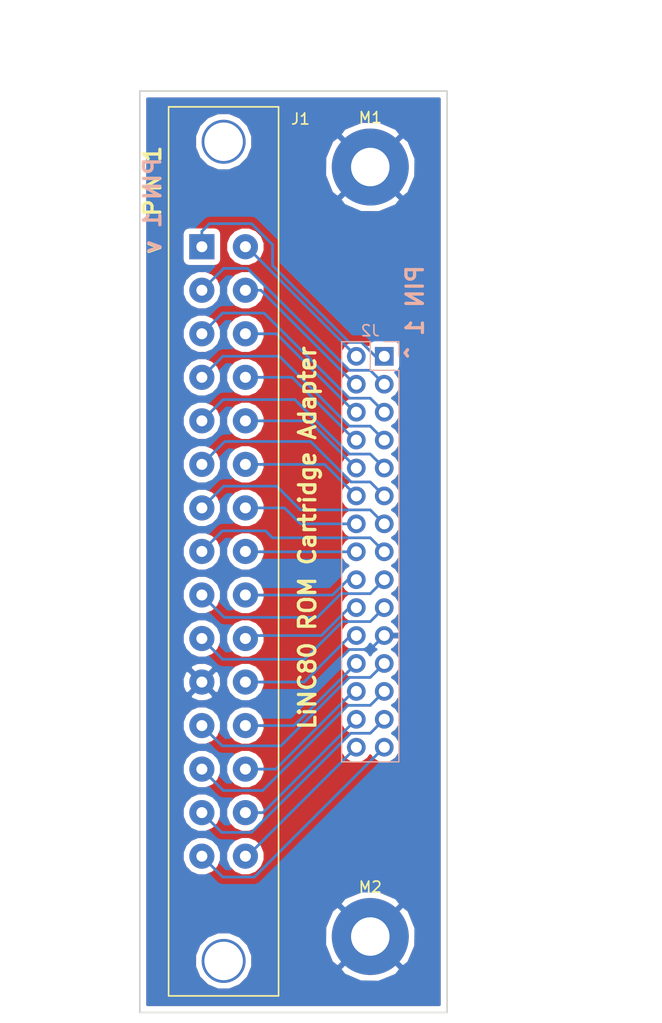
<source format=kicad_pcb>
(kicad_pcb (version 4) (host pcbnew 4.0.7)

  (general
    (links 32)
    (no_connects 0)
    (area 157.250001 45.56 221.485 138.35)
    (thickness 1.6)
    (drawings 11)
    (tracks 142)
    (zones 0)
    (modules 4)
    (nets 31)
  )

  (page A4)
  (title_block
    (title "LiNC80 ROM Cartridge adapter")
    (date 2018-08-18)
    (rev 2)
    (company LiNC)
  )

  (layers
    (0 F.Cu signal)
    (31 B.Cu signal)
    (32 B.Adhes user)
    (33 F.Adhes user)
    (34 B.Paste user)
    (35 F.Paste user)
    (36 B.SilkS user)
    (37 F.SilkS user)
    (38 B.Mask user)
    (39 F.Mask user)
    (40 Dwgs.User user)
    (41 Cmts.User user)
    (42 Eco1.User user)
    (43 Eco2.User user)
    (44 Edge.Cuts user)
    (45 Margin user)
    (46 B.CrtYd user)
    (47 F.CrtYd user)
    (48 B.Fab user)
    (49 F.Fab user)
  )

  (setup
    (last_trace_width 0.25)
    (trace_clearance 0.2)
    (zone_clearance 0.508)
    (zone_45_only no)
    (trace_min 0.2)
    (segment_width 0.2)
    (edge_width 0.15)
    (via_size 0.6)
    (via_drill 0.4)
    (via_min_size 0.4)
    (via_min_drill 0.3)
    (uvia_size 0.3)
    (uvia_drill 0.1)
    (uvias_allowed no)
    (uvia_min_size 0.2)
    (uvia_min_drill 0.1)
    (pcb_text_width 0.3)
    (pcb_text_size 1.5 1.5)
    (mod_edge_width 0.15)
    (mod_text_size 1 1)
    (mod_text_width 0.15)
    (pad_size 1.524 1.524)
    (pad_drill 0.762)
    (pad_to_mask_clearance 0.2)
    (aux_axis_origin 0 0)
    (grid_origin 191.135 95.25)
    (visible_elements 7FFFFFFF)
    (pcbplotparams
      (layerselection 0x010f0_80000001)
      (usegerberextensions false)
      (excludeedgelayer true)
      (linewidth 0.100000)
      (plotframeref false)
      (viasonmask false)
      (mode 1)
      (useauxorigin true)
      (hpglpennumber 1)
      (hpglpenspeed 20)
      (hpglpendiameter 15)
      (hpglpenoverlay 2)
      (psnegative false)
      (psa4output false)
      (plotreference true)
      (plotvalue true)
      (plotinvisibletext false)
      (padsonsilk false)
      (subtractmaskfromsilk false)
      (outputformat 1)
      (mirror false)
      (drillshape 0)
      (scaleselection 1)
      (outputdirectory Gerbers/))
  )

  (net 0 "")
  (net 1 A13)
  (net 2 A12)
  (net 3 A11)
  (net 4 A10)
  (net 5 A9)
  (net 6 A8)
  (net 7 A7)
  (net 8 A6)
  (net 9 A5)
  (net 10 A4)
  (net 11 A3)
  (net 12 A2)
  (net 13 A1)
  (net 14 A0)
  (net 15 VCC)
  (net 16 VDD)
  (net 17 ~EXTROM)
  (net 18 ~CS_ROM)
  (net 19 ROS1)
  (net 20 ROS0)
  (net 21 GND)
  (net 22 ~MEMRD)
  (net 23 D1)
  (net 24 D0)
  (net 25 D3)
  (net 26 D2)
  (net 27 D5)
  (net 28 D4)
  (net 29 D7)
  (net 30 D6)

  (net_class Default "This is the default net class."
    (clearance 0.2)
    (trace_width 0.25)
    (via_dia 0.6)
    (via_drill 0.4)
    (uvia_dia 0.3)
    (uvia_drill 0.1)
    (add_net A0)
    (add_net A1)
    (add_net A10)
    (add_net A11)
    (add_net A12)
    (add_net A13)
    (add_net A2)
    (add_net A3)
    (add_net A4)
    (add_net A5)
    (add_net A6)
    (add_net A7)
    (add_net A8)
    (add_net A9)
    (add_net D0)
    (add_net D1)
    (add_net D2)
    (add_net D3)
    (add_net D4)
    (add_net D5)
    (add_net D6)
    (add_net D7)
    (add_net GND)
    (add_net ROS0)
    (add_net ROS1)
    (add_net VCC)
    (add_net VDD)
    (add_net ~CS_ROM)
    (add_net ~EXTROM)
    (add_net ~MEMRD)
  )

  (module L_Edge_connectors:805-connector-30pin (layer F.Cu) (tedit 5A368FCE) (tstamp 5A36932C)
    (at 177.8 95.25)
    (path /5A3691C3)
    (fp_text reference J1 (at 6.985 -39.37) (layer F.SilkS)
      (effects (font (size 1 1) (thickness 0.15)))
    )
    (fp_text value 805_CARDCONN (at 0.145 42.025) (layer F.Fab)
      (effects (font (size 1 1) (thickness 0.15)))
    )
    (fp_line (start 0 0.25) (end 0 -0.2) (layer F.Fab) (width 0.15))
    (fp_line (start -0.25 0) (end 0.25 0) (layer F.Fab) (width 0.15))
    (fp_line (start -5.155 40.55) (end -5.155 -40.625) (layer F.CrtYd) (width 0.15))
    (fp_line (start 5.145 40.55) (end -5.155 40.55) (layer F.CrtYd) (width 0.15))
    (fp_line (start 5.145 -40.625) (end 5.145 40.55) (layer F.CrtYd) (width 0.15))
    (fp_line (start -5.155 -40.625) (end 5.145 -40.625) (layer F.CrtYd) (width 0.15))
    (fp_line (start -4.73 40.1) (end -4.73 -40.25) (layer F.Fab) (width 0.15))
    (fp_line (start 4.77 40.1) (end -4.73 40.1) (layer F.Fab) (width 0.15))
    (fp_line (start 4.77 -40.25) (end 4.77 40.1) (layer F.Fab) (width 0.15))
    (fp_line (start -4.73 -40.25) (end 4.77 -40.25) (layer F.Fab) (width 0.15))
    (fp_line (start 4.995 40.4) (end 4.995 -40.475) (layer F.SilkS) (width 0.15))
    (fp_line (start -5.005 40.4) (end 4.995 40.4) (layer F.SilkS) (width 0.15))
    (fp_line (start -5.005 -40.475) (end -5.005 40.4) (layer F.SilkS) (width 0.15))
    (fp_line (start -5.005 -40.475) (end 4.995 -40.475) (layer F.SilkS) (width 0.15))
    (pad 1 thru_hole rect (at -1.98 -27.75) (size 2.286 2.286) (drill 1) (layers *.Cu *.Mask)
      (net 1 A13))
    (pad 2 thru_hole circle (at 1.98 -27.75) (size 2.286 2.286) (drill 1) (layers *.Cu *.Mask)
      (net 2 A12))
    (pad 3 thru_hole circle (at -1.98 -23.79) (size 2.286 2.286) (drill 1) (layers *.Cu *.Mask)
      (net 3 A11))
    (pad 4 thru_hole circle (at 1.98 -23.79) (size 2.286 2.286) (drill 1) (layers *.Cu *.Mask)
      (net 4 A10))
    (pad 5 thru_hole circle (at -1.98 -19.83) (size 2.286 2.286) (drill 1) (layers *.Cu *.Mask)
      (net 5 A9))
    (pad 6 thru_hole circle (at 1.98 -19.83) (size 2.286 2.286) (drill 1) (layers *.Cu *.Mask)
      (net 6 A8))
    (pad 7 thru_hole circle (at -1.98 -15.87) (size 2.286 2.286) (drill 1) (layers *.Cu *.Mask)
      (net 7 A7))
    (pad 8 thru_hole circle (at 1.98 -15.87) (size 2.286 2.286) (drill 1) (layers *.Cu *.Mask)
      (net 8 A6))
    (pad 9 thru_hole circle (at -1.98 -11.91) (size 2.286 2.286) (drill 1) (layers *.Cu *.Mask)
      (net 9 A5))
    (pad 10 thru_hole circle (at 1.98 -11.91) (size 2.286 2.286) (drill 1) (layers *.Cu *.Mask)
      (net 10 A4))
    (pad 11 thru_hole circle (at -1.98 -7.95) (size 2.286 2.286) (drill 1) (layers *.Cu *.Mask)
      (net 11 A3))
    (pad 12 thru_hole circle (at 1.98 -7.95) (size 2.286 2.286) (drill 1) (layers *.Cu *.Mask)
      (net 12 A2))
    (pad 13 thru_hole circle (at -1.98 -3.99) (size 2.286 2.286) (drill 1) (layers *.Cu *.Mask)
      (net 13 A1))
    (pad 14 thru_hole circle (at 1.98 -3.99) (size 2.286 2.286) (drill 1) (layers *.Cu *.Mask)
      (net 14 A0))
    (pad 15 thru_hole circle (at -1.98 -0.03) (size 2.286 2.286) (drill 1) (layers *.Cu *.Mask)
      (net 15 VCC))
    (pad 16 thru_hole circle (at 1.98 -0.03) (size 2.286 2.286) (drill 1) (layers *.Cu *.Mask)
      (net 16 VDD))
    (pad 17 thru_hole circle (at -1.98 3.93) (size 2.286 2.286) (drill 1) (layers *.Cu *.Mask)
      (net 17 ~EXTROM))
    (pad 18 thru_hole circle (at 1.98 3.93) (size 2.286 2.286) (drill 1) (layers *.Cu *.Mask)
      (net 18 ~CS_ROM))
    (pad 19 thru_hole circle (at -1.98 7.89) (size 2.286 2.286) (drill 1) (layers *.Cu *.Mask)
      (net 19 ROS1))
    (pad 20 thru_hole circle (at 1.98 7.89) (size 2.286 2.286) (drill 1) (layers *.Cu *.Mask)
      (net 20 ROS0))
    (pad 21 thru_hole circle (at -1.98 11.85) (size 2.286 2.286) (drill 1) (layers *.Cu *.Mask)
      (net 21 GND))
    (pad 22 thru_hole circle (at 1.98 11.85) (size 2.286 2.286) (drill 1) (layers *.Cu *.Mask)
      (net 22 ~MEMRD))
    (pad 23 thru_hole circle (at -1.98 15.81) (size 2.286 2.286) (drill 1) (layers *.Cu *.Mask)
      (net 23 D1))
    (pad 24 thru_hole circle (at 1.98 15.81) (size 2.286 2.286) (drill 1) (layers *.Cu *.Mask)
      (net 24 D0))
    (pad 25 thru_hole circle (at -1.98 19.77) (size 2.286 2.286) (drill 1) (layers *.Cu *.Mask)
      (net 25 D3))
    (pad 26 thru_hole circle (at 1.98 19.77) (size 2.286 2.286) (drill 1) (layers *.Cu *.Mask)
      (net 26 D2))
    (pad 27 thru_hole circle (at -1.98 23.73) (size 2.286 2.286) (drill 1) (layers *.Cu *.Mask)
      (net 27 D5))
    (pad 28 thru_hole circle (at 1.98 23.73) (size 2.286 2.286) (drill 1) (layers *.Cu *.Mask)
      (net 28 D4))
    (pad 29 thru_hole circle (at -1.98 27.69) (size 2.286 2.286) (drill 1) (layers *.Cu *.Mask)
      (net 29 D7))
    (pad 30 thru_hole circle (at 1.98 27.69) (size 2.286 2.286) (drill 1) (layers *.Cu *.Mask)
      (net 30 D6))
    (pad "" np_thru_hole circle (at 0 -37.3) (size 4 4) (drill 3.5) (layers *.Cu *.Mask))
    (pad "" np_thru_hole circle (at 0 37.22) (size 4 4) (drill 3.5) (layers *.Cu *.Mask))
  )

  (module Pin_Headers:Pin_Header_Straight_2x15_Pitch2.54mm (layer B.Cu) (tedit 59650533) (tstamp 5A36934E)
    (at 192.405 77.47 180)
    (descr "Through hole straight pin header, 2x15, 2.54mm pitch, double rows")
    (tags "Through hole pin header THT 2x15 2.54mm double row")
    (path /5A3690AD)
    (fp_text reference J2 (at 1.27 2.33 180) (layer B.SilkS)
      (effects (font (size 1 1) (thickness 0.15)) (justify mirror))
    )
    (fp_text value PINHD_IDC (at 1.27 -37.89 180) (layer B.Fab)
      (effects (font (size 1 1) (thickness 0.15)) (justify mirror))
    )
    (fp_line (start 0 1.27) (end 3.81 1.27) (layer B.Fab) (width 0.1))
    (fp_line (start 3.81 1.27) (end 3.81 -36.83) (layer B.Fab) (width 0.1))
    (fp_line (start 3.81 -36.83) (end -1.27 -36.83) (layer B.Fab) (width 0.1))
    (fp_line (start -1.27 -36.83) (end -1.27 0) (layer B.Fab) (width 0.1))
    (fp_line (start -1.27 0) (end 0 1.27) (layer B.Fab) (width 0.1))
    (fp_line (start -1.33 -36.89) (end 3.87 -36.89) (layer B.SilkS) (width 0.12))
    (fp_line (start -1.33 -1.27) (end -1.33 -36.89) (layer B.SilkS) (width 0.12))
    (fp_line (start 3.87 1.33) (end 3.87 -36.89) (layer B.SilkS) (width 0.12))
    (fp_line (start -1.33 -1.27) (end 1.27 -1.27) (layer B.SilkS) (width 0.12))
    (fp_line (start 1.27 -1.27) (end 1.27 1.33) (layer B.SilkS) (width 0.12))
    (fp_line (start 1.27 1.33) (end 3.87 1.33) (layer B.SilkS) (width 0.12))
    (fp_line (start -1.33 0) (end -1.33 1.33) (layer B.SilkS) (width 0.12))
    (fp_line (start -1.33 1.33) (end 0 1.33) (layer B.SilkS) (width 0.12))
    (fp_line (start -1.8 1.8) (end -1.8 -37.35) (layer B.CrtYd) (width 0.05))
    (fp_line (start -1.8 -37.35) (end 4.35 -37.35) (layer B.CrtYd) (width 0.05))
    (fp_line (start 4.35 -37.35) (end 4.35 1.8) (layer B.CrtYd) (width 0.05))
    (fp_line (start 4.35 1.8) (end -1.8 1.8) (layer B.CrtYd) (width 0.05))
    (fp_text user %R (at 1.27 -17.78 450) (layer B.Fab)
      (effects (font (size 1 1) (thickness 0.15)) (justify mirror))
    )
    (pad 1 thru_hole rect (at 0 0 180) (size 1.7 1.7) (drill 1) (layers *.Cu *.Mask)
      (net 1 A13))
    (pad 2 thru_hole oval (at 2.54 0 180) (size 1.7 1.7) (drill 1) (layers *.Cu *.Mask)
      (net 2 A12))
    (pad 3 thru_hole oval (at 0 -2.54 180) (size 1.7 1.7) (drill 1) (layers *.Cu *.Mask)
      (net 3 A11))
    (pad 4 thru_hole oval (at 2.54 -2.54 180) (size 1.7 1.7) (drill 1) (layers *.Cu *.Mask)
      (net 4 A10))
    (pad 5 thru_hole oval (at 0 -5.08 180) (size 1.7 1.7) (drill 1) (layers *.Cu *.Mask)
      (net 5 A9))
    (pad 6 thru_hole oval (at 2.54 -5.08 180) (size 1.7 1.7) (drill 1) (layers *.Cu *.Mask)
      (net 6 A8))
    (pad 7 thru_hole oval (at 0 -7.62 180) (size 1.7 1.7) (drill 1) (layers *.Cu *.Mask)
      (net 7 A7))
    (pad 8 thru_hole oval (at 2.54 -7.62 180) (size 1.7 1.7) (drill 1) (layers *.Cu *.Mask)
      (net 8 A6))
    (pad 9 thru_hole oval (at 0 -10.16 180) (size 1.7 1.7) (drill 1) (layers *.Cu *.Mask)
      (net 9 A5))
    (pad 10 thru_hole oval (at 2.54 -10.16 180) (size 1.7 1.7) (drill 1) (layers *.Cu *.Mask)
      (net 10 A4))
    (pad 11 thru_hole oval (at 0 -12.7 180) (size 1.7 1.7) (drill 1) (layers *.Cu *.Mask)
      (net 11 A3))
    (pad 12 thru_hole oval (at 2.54 -12.7 180) (size 1.7 1.7) (drill 1) (layers *.Cu *.Mask)
      (net 12 A2))
    (pad 13 thru_hole oval (at 0 -15.24 180) (size 1.7 1.7) (drill 1) (layers *.Cu *.Mask)
      (net 13 A1))
    (pad 14 thru_hole oval (at 2.54 -15.24 180) (size 1.7 1.7) (drill 1) (layers *.Cu *.Mask)
      (net 14 A0))
    (pad 15 thru_hole oval (at 0 -17.78 180) (size 1.7 1.7) (drill 1) (layers *.Cu *.Mask)
      (net 15 VCC))
    (pad 16 thru_hole oval (at 2.54 -17.78 180) (size 1.7 1.7) (drill 1) (layers *.Cu *.Mask)
      (net 16 VDD))
    (pad 17 thru_hole oval (at 0 -20.32 180) (size 1.7 1.7) (drill 1) (layers *.Cu *.Mask)
      (net 17 ~EXTROM))
    (pad 18 thru_hole oval (at 2.54 -20.32 180) (size 1.7 1.7) (drill 1) (layers *.Cu *.Mask)
      (net 18 ~CS_ROM))
    (pad 19 thru_hole oval (at 0 -22.86 180) (size 1.7 1.7) (drill 1) (layers *.Cu *.Mask)
      (net 19 ROS1))
    (pad 20 thru_hole oval (at 2.54 -22.86 180) (size 1.7 1.7) (drill 1) (layers *.Cu *.Mask)
      (net 20 ROS0))
    (pad 21 thru_hole oval (at 0 -25.4 180) (size 1.7 1.7) (drill 1) (layers *.Cu *.Mask)
      (net 21 GND))
    (pad 22 thru_hole oval (at 2.54 -25.4 180) (size 1.7 1.7) (drill 1) (layers *.Cu *.Mask)
      (net 22 ~MEMRD))
    (pad 23 thru_hole oval (at 0 -27.94 180) (size 1.7 1.7) (drill 1) (layers *.Cu *.Mask)
      (net 23 D1))
    (pad 24 thru_hole oval (at 2.54 -27.94 180) (size 1.7 1.7) (drill 1) (layers *.Cu *.Mask)
      (net 24 D0))
    (pad 25 thru_hole oval (at 0 -30.48 180) (size 1.7 1.7) (drill 1) (layers *.Cu *.Mask)
      (net 25 D3))
    (pad 26 thru_hole oval (at 2.54 -30.48 180) (size 1.7 1.7) (drill 1) (layers *.Cu *.Mask)
      (net 26 D2))
    (pad 27 thru_hole oval (at 0 -33.02 180) (size 1.7 1.7) (drill 1) (layers *.Cu *.Mask)
      (net 27 D5))
    (pad 28 thru_hole oval (at 2.54 -33.02 180) (size 1.7 1.7) (drill 1) (layers *.Cu *.Mask)
      (net 28 D4))
    (pad 29 thru_hole oval (at 0 -35.56 180) (size 1.7 1.7) (drill 1) (layers *.Cu *.Mask)
      (net 29 D7))
    (pad 30 thru_hole oval (at 2.54 -35.56 180) (size 1.7 1.7) (drill 1) (layers *.Cu *.Mask)
      (net 30 D6))
    (model ${KISYS3DMOD}/Pin_Headers.3dshapes/Pin_Header_Straight_2x15_Pitch2.54mm.wrl
      (at (xyz 0 0 0))
      (scale (xyz 1 1 1))
      (rotate (xyz 0 0 0))
    )
  )

  (module Mounting_Holes:MountingHole_3.5mm_Pad (layer F.Cu) (tedit 56D1B4CB) (tstamp 5A369739)
    (at 191.135 60.25)
    (descr "Mounting Hole 3.5mm")
    (tags "mounting hole 3.5mm")
    (path /5A36957D)
    (attr virtual)
    (fp_text reference M1 (at 0 -4.5) (layer F.SilkS)
      (effects (font (size 1 1) (thickness 0.15)))
    )
    (fp_text value MOUNT (at 0 4.5) (layer F.Fab)
      (effects (font (size 1 1) (thickness 0.15)))
    )
    (fp_text user %R (at 0.3 0) (layer F.Fab)
      (effects (font (size 1 1) (thickness 0.15)))
    )
    (fp_circle (center 0 0) (end 3.5 0) (layer Cmts.User) (width 0.15))
    (fp_circle (center 0 0) (end 3.75 0) (layer F.CrtYd) (width 0.05))
    (pad 1 thru_hole circle (at 0 0) (size 7 7) (drill 3.5) (layers *.Cu *.Mask)
      (net 21 GND))
  )

  (module Mounting_Holes:MountingHole_3.5mm_Pad (layer F.Cu) (tedit 56D1B4CB) (tstamp 5A36973E)
    (at 191.135 130.25)
    (descr "Mounting Hole 3.5mm")
    (tags "mounting hole 3.5mm")
    (path /5A369630)
    (attr virtual)
    (fp_text reference M2 (at 0 -4.5) (layer F.SilkS)
      (effects (font (size 1 1) (thickness 0.15)))
    )
    (fp_text value MOUNT (at 0 4.5) (layer F.Fab)
      (effects (font (size 1 1) (thickness 0.15)))
    )
    (fp_text user %R (at 0.3 0) (layer F.Fab)
      (effects (font (size 1 1) (thickness 0.15)))
    )
    (fp_circle (center 0 0) (end 3.5 0) (layer Cmts.User) (width 0.15))
    (fp_circle (center 0 0) (end 3.75 0) (layer F.CrtYd) (width 0.05))
    (pad 1 thru_hole circle (at 0 0) (size 7 7) (drill 3.5) (layers *.Cu *.Mask)
      (net 21 GND))
  )

  (gr_text "PIN 1 ^" (at 195.199 73.406 90) (layer B.SilkS) (tstamp 5B22CEA5)
    (effects (font (size 1.5 1.5) (thickness 0.3)) (justify mirror))
  )
  (gr_text "PIN 1 v" (at 171.323 63.754 90) (layer B.SilkS) (tstamp 5B22CE7B)
    (effects (font (size 1.5 1.5) (thickness 0.3)) (justify mirror))
  )
  (gr_text "v  PIN 1" (at 171.323 63.246 90) (layer F.SilkS)
    (effects (font (size 1.5 1.5) (thickness 0.3)))
  )
  (dimension 70 (width 0.3) (layer Eco2.User)
    (gr_text "70,000 mm" (at 214.985 95.25 90) (layer Eco2.User) (tstamp 5A3A7CC3)
      (effects (font (size 1.5 1.5) (thickness 0.3)))
    )
    (feature1 (pts (xy 191.135 60.25) (xy 216.335 60.25)))
    (feature2 (pts (xy 191.135 130.25) (xy 216.335 130.25)))
    (crossbar (pts (xy 213.635 130.25) (xy 213.635 60.25)))
    (arrow1a (pts (xy 213.635 60.25) (xy 214.221421 61.376504)))
    (arrow1b (pts (xy 213.635 60.25) (xy 213.048579 61.376504)))
    (arrow2a (pts (xy 213.635 130.25) (xy 214.221421 129.123496)))
    (arrow2b (pts (xy 213.635 130.25) (xy 213.048579 129.123496)))
  )
  (gr_text "LiNC80 ROM Cartridge Adapter" (at 185.42 93.98 90) (layer F.SilkS)
    (effects (font (size 1.5 1.5) (thickness 0.3)))
  )
  (dimension 27.94 (width 0.3) (layer Eco2.User)
    (gr_text "27,940 mm" (at 184.15 46.91) (layer Eco2.User) (tstamp 5A3A7CC1)
      (effects (font (size 1.5 1.5) (thickness 0.3)))
    )
    (feature1 (pts (xy 198.12 53.34) (xy 198.12 45.56)))
    (feature2 (pts (xy 170.18 53.34) (xy 170.18 45.56)))
    (crossbar (pts (xy 170.18 48.26) (xy 198.12 48.26)))
    (arrow1a (pts (xy 198.12 48.26) (xy 196.993496 48.846421)))
    (arrow1b (pts (xy 198.12 48.26) (xy 196.993496 47.673579)))
    (arrow2a (pts (xy 170.18 48.26) (xy 171.306504 48.846421)))
    (arrow2b (pts (xy 170.18 48.26) (xy 171.306504 47.673579)))
  )
  (dimension 83.82 (width 0.3) (layer Eco2.User)
    (gr_text "83,820 mm" (at 163.75 95.25 90) (layer Eco2.User) (tstamp 5A3A7CC5)
      (effects (font (size 1.5 1.5) (thickness 0.3)))
    )
    (feature1 (pts (xy 170.18 53.34) (xy 162.4 53.34)))
    (feature2 (pts (xy 170.18 137.16) (xy 162.4 137.16)))
    (crossbar (pts (xy 165.1 137.16) (xy 165.1 53.34)))
    (arrow1a (pts (xy 165.1 53.34) (xy 165.686421 54.466504)))
    (arrow1b (pts (xy 165.1 53.34) (xy 164.513579 54.466504)))
    (arrow2a (pts (xy 165.1 137.16) (xy 165.686421 136.033496)))
    (arrow2b (pts (xy 165.1 137.16) (xy 164.513579 136.033496)))
  )
  (gr_line (start 170.18 137.16) (end 170.18 53.34) (layer Edge.Cuts) (width 0.15))
  (gr_line (start 198.12 137.16) (end 170.18 137.16) (layer Edge.Cuts) (width 0.15))
  (gr_line (start 198.12 53.34) (end 198.12 137.16) (layer Edge.Cuts) (width 0.15))
  (gr_line (start 170.18 53.34) (end 198.12 53.34) (layer Edge.Cuts) (width 0.15))

  (segment (start 175.82 67.5) (end 175.82 66.107) (width 0.25) (layer B.Cu) (net 1))
  (segment (start 175.82 66.107) (end 176.522 65.405) (width 0.25) (layer B.Cu) (net 1))
  (segment (start 190.334002 76.2) (end 191.604002 77.47) (width 0.25) (layer B.Cu) (net 1))
  (segment (start 176.522 65.405) (end 180.34 65.405) (width 0.25) (layer B.Cu) (net 1))
  (segment (start 180.34 65.405) (end 182.245 67.31) (width 0.25) (layer B.Cu) (net 1))
  (segment (start 191.604002 77.47) (end 192.405 77.47) (width 0.25) (layer B.Cu) (net 1))
  (segment (start 182.245 67.31) (end 182.245 69.21359) (width 0.25) (layer B.Cu) (net 1))
  (segment (start 189.23141 76.2) (end 190.334002 76.2) (width 0.25) (layer B.Cu) (net 1))
  (segment (start 182.245 69.21359) (end 189.23141 76.2) (width 0.25) (layer B.Cu) (net 1))
  (segment (start 189.865 77.47) (end 179.78 67.385) (width 0.25) (layer B.Cu) (net 2))
  (segment (start 179.78 67.385) (end 179.78 67.5) (width 0.25) (layer B.Cu) (net 2))
  (segment (start 175.82 71.46) (end 177.811 69.469) (width 0.25) (layer B.Cu) (net 3))
  (segment (start 179.959 69.469) (end 189.23 78.74) (width 0.25) (layer B.Cu) (net 3))
  (segment (start 191.555001 79.160001) (end 192.405 80.01) (width 0.25) (layer B.Cu) (net 3))
  (segment (start 177.811 69.469) (end 179.959 69.469) (width 0.25) (layer B.Cu) (net 3))
  (segment (start 189.23 78.74) (end 191.135 78.74) (width 0.25) (layer B.Cu) (net 3))
  (segment (start 191.135 78.74) (end 191.555001 79.160001) (width 0.25) (layer B.Cu) (net 3))
  (segment (start 189.865 80.01) (end 189.738 80.01) (width 0.25) (layer B.Cu) (net 4))
  (segment (start 189.738 80.01) (end 181.188 71.46) (width 0.25) (layer B.Cu) (net 4))
  (segment (start 181.188 71.46) (end 179.78 71.46) (width 0.25) (layer B.Cu) (net 4))
  (segment (start 191.555001 81.700001) (end 192.405 82.55) (width 0.25) (layer B.Cu) (net 5))
  (segment (start 175.82 75.42) (end 177.707 73.533) (width 0.25) (layer B.Cu) (net 5))
  (segment (start 177.707 73.533) (end 181.483 73.533) (width 0.25) (layer B.Cu) (net 5))
  (segment (start 189.23 81.28) (end 191.135 81.28) (width 0.25) (layer B.Cu) (net 5))
  (segment (start 181.483 73.533) (end 189.23 81.28) (width 0.25) (layer B.Cu) (net 5))
  (segment (start 191.135 81.28) (end 191.555001 81.700001) (width 0.25) (layer B.Cu) (net 5))
  (segment (start 189.865 82.55) (end 189.738 82.55) (width 0.25) (layer B.Cu) (net 6))
  (segment (start 189.738 82.55) (end 182.608 75.42) (width 0.25) (layer B.Cu) (net 6))
  (segment (start 182.608 75.42) (end 181.396446 75.42) (width 0.25) (layer B.Cu) (net 6))
  (segment (start 181.396446 75.42) (end 179.78 75.42) (width 0.25) (layer B.Cu) (net 6))
  (segment (start 191.135 83.82) (end 191.555001 84.240001) (width 0.25) (layer B.Cu) (net 7))
  (segment (start 191.555001 84.240001) (end 192.405 85.09) (width 0.25) (layer B.Cu) (net 7))
  (segment (start 175.82 79.38) (end 177.738012 77.461988) (width 0.25) (layer B.Cu) (net 7))
  (segment (start 177.738012 77.461988) (end 182.871988 77.461988) (width 0.25) (layer B.Cu) (net 7))
  (segment (start 182.871988 77.461988) (end 189.23 83.82) (width 0.25) (layer B.Cu) (net 7))
  (segment (start 189.23 83.82) (end 191.135 83.82) (width 0.25) (layer B.Cu) (net 7))
  (segment (start 189.865 85.09) (end 189.738 85.09) (width 0.25) (layer B.Cu) (net 8))
  (segment (start 189.738 85.09) (end 184.028 79.38) (width 0.25) (layer B.Cu) (net 8))
  (segment (start 184.028 79.38) (end 181.396446 79.38) (width 0.25) (layer B.Cu) (net 8))
  (segment (start 181.396446 79.38) (end 179.78 79.38) (width 0.25) (layer B.Cu) (net 8))
  (segment (start 175.82 83.34) (end 177.753 81.407) (width 0.25) (layer B.Cu) (net 9))
  (segment (start 177.753 81.407) (end 184.277 81.407) (width 0.25) (layer B.Cu) (net 9))
  (segment (start 191.135 86.36) (end 191.555001 86.780001) (width 0.25) (layer B.Cu) (net 9))
  (segment (start 184.277 81.407) (end 189.23 86.36) (width 0.25) (layer B.Cu) (net 9))
  (segment (start 189.23 86.36) (end 191.135 86.36) (width 0.25) (layer B.Cu) (net 9))
  (segment (start 191.555001 86.780001) (end 192.405 87.63) (width 0.25) (layer B.Cu) (net 9))
  (segment (start 185.57359 83.34) (end 181.396446 83.34) (width 0.25) (layer B.Cu) (net 10))
  (segment (start 189.013591 86.780001) (end 185.57359 83.34) (width 0.25) (layer B.Cu) (net 10))
  (segment (start 189.865 87.63) (end 189.015001 86.780001) (width 0.25) (layer B.Cu) (net 10))
  (segment (start 189.015001 86.780001) (end 189.013591 86.780001) (width 0.25) (layer B.Cu) (net 10))
  (segment (start 181.396446 83.34) (end 179.78 83.34) (width 0.25) (layer B.Cu) (net 10))
  (segment (start 175.82 87.3) (end 177.903 85.217) (width 0.25) (layer B.Cu) (net 11))
  (segment (start 177.903 85.217) (end 185.712998 85.217) (width 0.25) (layer B.Cu) (net 11))
  (segment (start 191.555001 89.320001) (end 192.405 90.17) (width 0.25) (layer B.Cu) (net 11))
  (segment (start 185.712998 85.217) (end 189.395998 88.9) (width 0.25) (layer B.Cu) (net 11))
  (segment (start 189.395998 88.9) (end 191.135 88.9) (width 0.25) (layer B.Cu) (net 11))
  (segment (start 191.135 88.9) (end 191.555001 89.320001) (width 0.25) (layer B.Cu) (net 11))
  (segment (start 186.995 87.3) (end 181.396446 87.3) (width 0.25) (layer B.Cu) (net 12))
  (segment (start 189.865 90.17) (end 186.995 87.3) (width 0.25) (layer B.Cu) (net 12))
  (segment (start 181.396446 87.3) (end 179.78 87.3) (width 0.25) (layer B.Cu) (net 12))
  (segment (start 175.82 91.26) (end 177.799 89.281) (width 0.25) (layer B.Cu) (net 13))
  (segment (start 177.799 89.281) (end 182.626 89.281) (width 0.25) (layer B.Cu) (net 13))
  (segment (start 182.626 89.281) (end 184.785 91.44) (width 0.25) (layer B.Cu) (net 13))
  (segment (start 184.785 91.44) (end 191.135 91.44) (width 0.25) (layer B.Cu) (net 13))
  (segment (start 191.135 91.44) (end 191.555001 91.860001) (width 0.25) (layer B.Cu) (net 13))
  (segment (start 191.555001 91.860001) (end 192.405 92.71) (width 0.25) (layer B.Cu) (net 13))
  (segment (start 189.865 92.71) (end 184.785 92.71) (width 0.25) (layer B.Cu) (net 14))
  (segment (start 184.785 92.71) (end 183.335 91.26) (width 0.25) (layer B.Cu) (net 14))
  (segment (start 183.335 91.26) (end 179.78 91.26) (width 0.25) (layer B.Cu) (net 14))
  (segment (start 192.405 95.25) (end 191.135 93.98) (width 0.25) (layer B.Cu) (net 15))
  (segment (start 177.695 93.345) (end 176.962999 94.077001) (width 0.25) (layer B.Cu) (net 15))
  (segment (start 191.135 93.98) (end 182.245 93.98) (width 0.25) (layer B.Cu) (net 15))
  (segment (start 182.245 93.98) (end 181.61 93.345) (width 0.25) (layer B.Cu) (net 15))
  (segment (start 181.61 93.345) (end 177.695 93.345) (width 0.25) (layer B.Cu) (net 15))
  (segment (start 176.962999 94.077001) (end 175.82 95.22) (width 0.25) (layer B.Cu) (net 15))
  (segment (start 189.865 95.25) (end 179.81 95.25) (width 0.25) (layer B.Cu) (net 16))
  (segment (start 179.81 95.25) (end 179.78 95.22) (width 0.25) (layer B.Cu) (net 16))
  (segment (start 192.405 97.79) (end 191.135 99.06) (width 0.25) (layer B.Cu) (net 17))
  (segment (start 188.46941 99.06) (end 186.31041 101.219) (width 0.25) (layer B.Cu) (net 17))
  (segment (start 191.135 99.06) (end 188.46941 99.06) (width 0.25) (layer B.Cu) (net 17))
  (segment (start 186.31041 101.219) (end 177.859 101.219) (width 0.25) (layer B.Cu) (net 17))
  (segment (start 177.859 101.219) (end 176.962999 100.322999) (width 0.25) (layer B.Cu) (net 17))
  (segment (start 176.962999 100.322999) (end 175.82 99.18) (width 0.25) (layer B.Cu) (net 17))
  (segment (start 189.865 97.79) (end 189.103 97.79) (width 0.25) (layer B.Cu) (net 18))
  (segment (start 189.103 97.79) (end 187.706 99.187) (width 0.25) (layer B.Cu) (net 18))
  (segment (start 187.706 99.187) (end 179.787 99.187) (width 0.25) (layer B.Cu) (net 18))
  (segment (start 179.787 99.187) (end 179.78 99.18) (width 0.25) (layer B.Cu) (net 18))
  (segment (start 175.82 103.14) (end 177.709 105.029) (width 0.25) (layer B.Cu) (net 19))
  (segment (start 177.709 105.029) (end 185.16741 105.029) (width 0.25) (layer B.Cu) (net 19))
  (segment (start 185.16741 105.029) (end 188.59641 101.6) (width 0.25) (layer B.Cu) (net 19))
  (segment (start 188.59641 101.6) (end 191.135 101.6) (width 0.25) (layer B.Cu) (net 19))
  (segment (start 191.135 101.6) (end 191.555001 101.179999) (width 0.25) (layer B.Cu) (net 19))
  (segment (start 191.555001 101.179999) (end 192.405 100.33) (width 0.25) (layer B.Cu) (net 19))
  (segment (start 186.69 102.87) (end 180.05 102.87) (width 0.25) (layer B.Cu) (net 20))
  (segment (start 189.865 100.33) (end 189.23 100.33) (width 0.25) (layer B.Cu) (net 20))
  (segment (start 189.23 100.33) (end 186.69 102.87) (width 0.25) (layer B.Cu) (net 20))
  (segment (start 180.05 102.87) (end 179.78 103.14) (width 0.25) (layer B.Cu) (net 20))
  (segment (start 184.277 109.093) (end 189.23 104.14) (width 0.25) (layer B.Cu) (net 21))
  (segment (start 177.813 109.093) (end 184.277 109.093) (width 0.25) (layer B.Cu) (net 21))
  (segment (start 175.82 107.1) (end 177.813 109.093) (width 0.25) (layer B.Cu) (net 21))
  (segment (start 189.23 104.14) (end 191.135 104.14) (width 0.25) (layer B.Cu) (net 21))
  (segment (start 191.135 104.14) (end 191.555001 103.719999) (width 0.25) (layer B.Cu) (net 21))
  (segment (start 191.555001 103.719999) (end 192.405 102.87) (width 0.25) (layer B.Cu) (net 21))
  (segment (start 189.865 102.87) (end 189.357 102.87) (width 0.25) (layer B.Cu) (net 22))
  (segment (start 189.357 102.87) (end 185.127 107.1) (width 0.25) (layer B.Cu) (net 22))
  (segment (start 185.127 107.1) (end 181.396446 107.1) (width 0.25) (layer B.Cu) (net 22))
  (segment (start 181.396446 107.1) (end 179.78 107.1) (width 0.25) (layer B.Cu) (net 22))
  (segment (start 175.82 111.06) (end 177.663 112.903) (width 0.25) (layer B.Cu) (net 23))
  (segment (start 177.663 112.903) (end 183.007 112.903) (width 0.25) (layer B.Cu) (net 23))
  (segment (start 183.007 112.903) (end 189.23 106.68) (width 0.25) (layer B.Cu) (net 23))
  (segment (start 191.555001 106.259999) (end 192.405 105.41) (width 0.25) (layer B.Cu) (net 23))
  (segment (start 189.23 106.68) (end 191.135 106.68) (width 0.25) (layer B.Cu) (net 23))
  (segment (start 191.135 106.68) (end 191.555001 106.259999) (width 0.25) (layer B.Cu) (net 23))
  (segment (start 181.396446 111.06) (end 179.78 111.06) (width 0.25) (layer B.Cu) (net 24))
  (segment (start 184.21359 111.06) (end 181.396446 111.06) (width 0.25) (layer B.Cu) (net 24))
  (segment (start 189.013591 106.259999) (end 184.21359 111.06) (width 0.25) (layer B.Cu) (net 24))
  (segment (start 189.865 105.41) (end 189.015001 106.259999) (width 0.25) (layer B.Cu) (net 24))
  (segment (start 189.015001 106.259999) (end 189.013591 106.259999) (width 0.25) (layer B.Cu) (net 24))
  (segment (start 181.356 116.967) (end 189.103 109.22) (width 0.25) (layer B.Cu) (net 25))
  (segment (start 175.82 115.02) (end 177.767 116.967) (width 0.25) (layer B.Cu) (net 25))
  (segment (start 177.767 116.967) (end 181.356 116.967) (width 0.25) (layer B.Cu) (net 25))
  (segment (start 189.103 109.22) (end 191.135 109.22) (width 0.25) (layer B.Cu) (net 25))
  (segment (start 191.135 109.22) (end 191.555001 108.799999) (width 0.25) (layer B.Cu) (net 25))
  (segment (start 191.555001 108.799999) (end 192.405 107.95) (width 0.25) (layer B.Cu) (net 25))
  (segment (start 189.865 107.95) (end 189.611 107.95) (width 0.25) (layer B.Cu) (net 26))
  (segment (start 189.611 107.95) (end 182.541 115.02) (width 0.25) (layer B.Cu) (net 26))
  (segment (start 182.541 115.02) (end 181.396446 115.02) (width 0.25) (layer B.Cu) (net 26))
  (segment (start 181.396446 115.02) (end 179.78 115.02) (width 0.25) (layer B.Cu) (net 26))
  (segment (start 175.82 118.98) (end 177.617 120.777) (width 0.25) (layer B.Cu) (net 27))
  (segment (start 177.617 120.777) (end 180.34 120.777) (width 0.25) (layer B.Cu) (net 27))
  (segment (start 180.34 120.777) (end 189.357 111.76) (width 0.25) (layer B.Cu) (net 27))
  (segment (start 191.135 111.76) (end 191.555001 111.339999) (width 0.25) (layer B.Cu) (net 27))
  (segment (start 189.357 111.76) (end 191.135 111.76) (width 0.25) (layer B.Cu) (net 27))
  (segment (start 191.555001 111.339999) (end 192.405 110.49) (width 0.25) (layer B.Cu) (net 27))
  (segment (start 181.375 118.98) (end 179.78 118.98) (width 0.25) (layer B.Cu) (net 28))
  (segment (start 189.865 110.49) (end 181.375 118.98) (width 0.25) (layer B.Cu) (net 28))
  (segment (start 192.405 113.03) (end 180.594 124.841) (width 0.25) (layer B.Cu) (net 29))
  (segment (start 180.594 124.841) (end 177.721 124.841) (width 0.25) (layer B.Cu) (net 29))
  (segment (start 177.721 124.841) (end 176.962999 124.082999) (width 0.25) (layer B.Cu) (net 29))
  (segment (start 176.962999 124.082999) (end 175.82 122.94) (width 0.25) (layer B.Cu) (net 29))
  (segment (start 189.865 113.03) (end 179.955 122.94) (width 0.25) (layer B.Cu) (net 30))
  (segment (start 179.955 122.94) (end 179.78 122.94) (width 0.25) (layer B.Cu) (net 30))

  (zone (net 21) (net_name GND) (layer B.Cu) (tstamp 0) (hatch edge 0.508)
    (connect_pads (clearance 0.508))
    (min_thickness 0.254)
    (fill yes (arc_segments 16) (thermal_gap 0.508) (thermal_bridge_width 0.508))
    (polygon
      (pts
        (xy 170.18 53.34) (xy 198.12 53.34) (xy 198.12 137.16) (xy 170.18 137.16)
      )
    )
    (filled_polygon
      (pts
        (xy 197.41 136.45) (xy 170.89 136.45) (xy 170.89 132.991834) (xy 175.164543 132.991834) (xy 175.564853 133.960658)
        (xy 176.305443 134.702542) (xy 177.273567 135.104542) (xy 178.321834 135.105457) (xy 179.290658 134.705147) (xy 180.032542 133.964557)
        (xy 180.346977 133.207312) (xy 188.357293 133.207312) (xy 188.760762 133.733924) (xy 190.27473 134.377307) (xy 191.919666 134.392346)
        (xy 193.445145 133.77675) (xy 193.509238 133.733924) (xy 193.912707 133.207312) (xy 191.135 130.429605) (xy 188.357293 133.207312)
        (xy 180.346977 133.207312) (xy 180.434542 132.996433) (xy 180.435457 131.948166) (xy 180.058007 131.034666) (xy 186.992654 131.034666)
        (xy 187.60825 132.560145) (xy 187.651076 132.624238) (xy 188.177688 133.027707) (xy 190.955395 130.25) (xy 191.314605 130.25)
        (xy 194.092312 133.027707) (xy 194.618924 132.624238) (xy 195.262307 131.11027) (xy 195.277346 129.465334) (xy 194.66175 127.939855)
        (xy 194.618924 127.875762) (xy 194.092312 127.472293) (xy 191.314605 130.25) (xy 190.955395 130.25) (xy 188.177688 127.472293)
        (xy 187.651076 127.875762) (xy 187.007693 129.38973) (xy 186.992654 131.034666) (xy 180.058007 131.034666) (xy 180.035147 130.979342)
        (xy 179.294557 130.237458) (xy 178.326433 129.835458) (xy 177.278166 129.834543) (xy 176.309342 130.234853) (xy 175.567458 130.975443)
        (xy 175.165458 131.943567) (xy 175.164543 132.991834) (xy 170.89 132.991834) (xy 170.89 127.292688) (xy 188.357293 127.292688)
        (xy 191.135 130.070395) (xy 193.912707 127.292688) (xy 193.509238 126.766076) (xy 191.99527 126.122693) (xy 190.350334 126.107654)
        (xy 188.824855 126.72325) (xy 188.760762 126.766076) (xy 188.357293 127.292688) (xy 170.89 127.292688) (xy 170.89 108.355963)
        (xy 174.743642 108.355963) (xy 174.859806 108.637658) (xy 175.521333 108.888062) (xy 176.228329 108.866249) (xy 176.780194 108.637658)
        (xy 176.896358 108.355963) (xy 175.82 107.279605) (xy 174.743642 108.355963) (xy 170.89 108.355963) (xy 170.89 106.801333)
        (xy 174.031938 106.801333) (xy 174.053751 107.508329) (xy 174.282342 108.060194) (xy 174.564037 108.176358) (xy 175.640395 107.1)
        (xy 175.999605 107.1) (xy 177.075963 108.176358) (xy 177.357658 108.060194) (xy 177.608062 107.398667) (xy 177.586249 106.691671)
        (xy 177.357658 106.139806) (xy 177.075963 106.023642) (xy 175.999605 107.1) (xy 175.640395 107.1) (xy 174.564037 106.023642)
        (xy 174.282342 106.139806) (xy 174.031938 106.801333) (xy 170.89 106.801333) (xy 170.89 105.844037) (xy 174.743642 105.844037)
        (xy 175.82 106.920395) (xy 176.896358 105.844037) (xy 176.780194 105.562342) (xy 176.118667 105.311938) (xy 175.411671 105.333751)
        (xy 174.859806 105.562342) (xy 174.743642 105.844037) (xy 170.89 105.844037) (xy 170.89 66.357) (xy 174.02956 66.357)
        (xy 174.02956 68.643) (xy 174.073838 68.878317) (xy 174.21291 69.094441) (xy 174.42511 69.239431) (xy 174.677 69.29044)
        (xy 176.914758 69.29044) (xy 176.420881 69.784317) (xy 176.175218 69.682309) (xy 175.467886 69.681692) (xy 174.81416 69.951806)
        (xy 174.313564 70.451529) (xy 174.042309 71.104782) (xy 174.041692 71.812114) (xy 174.311806 72.46584) (xy 174.811529 72.966436)
        (xy 175.464782 73.237691) (xy 176.172114 73.238308) (xy 176.82584 72.968194) (xy 177.326436 72.468471) (xy 177.597691 71.815218)
        (xy 177.598308 71.107886) (xy 177.495567 70.859235) (xy 178.125802 70.229) (xy 178.496482 70.229) (xy 178.273564 70.451529)
        (xy 178.002309 71.104782) (xy 178.001692 71.812114) (xy 178.271806 72.46584) (xy 178.57843 72.773) (xy 177.707 72.773)
        (xy 177.416161 72.830852) (xy 177.169599 72.995599) (xy 176.420881 73.744317) (xy 176.175218 73.642309) (xy 175.467886 73.641692)
        (xy 174.81416 73.911806) (xy 174.313564 74.411529) (xy 174.042309 75.064782) (xy 174.041692 75.772114) (xy 174.311806 76.42584)
        (xy 174.811529 76.926436) (xy 175.464782 77.197691) (xy 176.172114 77.198308) (xy 176.82584 76.928194) (xy 177.326436 76.428471)
        (xy 177.597691 75.775218) (xy 177.598308 75.067886) (xy 177.495567 74.819235) (xy 178.021802 74.293) (xy 178.3923 74.293)
        (xy 178.273564 74.411529) (xy 178.002309 75.064782) (xy 178.001692 75.772114) (xy 178.271806 76.42584) (xy 178.547472 76.701988)
        (xy 177.738012 76.701988) (xy 177.447173 76.75984) (xy 177.200611 76.924587) (xy 176.420881 77.704317) (xy 176.175218 77.602309)
        (xy 175.467886 77.601692) (xy 174.81416 77.871806) (xy 174.313564 78.371529) (xy 174.042309 79.024782) (xy 174.041692 79.732114)
        (xy 174.311806 80.38584) (xy 174.811529 80.886436) (xy 175.464782 81.157691) (xy 176.172114 81.158308) (xy 176.82584 80.888194)
        (xy 177.326436 80.388471) (xy 177.597691 79.735218) (xy 177.598308 79.027886) (xy 177.495567 78.779235) (xy 178.052814 78.221988)
        (xy 178.423366 78.221988) (xy 178.273564 78.371529) (xy 178.002309 79.024782) (xy 178.001692 79.732114) (xy 178.271806 80.38584)
        (xy 178.532511 80.647) (xy 177.753 80.647) (xy 177.462161 80.704852) (xy 177.215599 80.869599) (xy 176.420881 81.664317)
        (xy 176.175218 81.562309) (xy 175.467886 81.561692) (xy 174.81416 81.831806) (xy 174.313564 82.331529) (xy 174.042309 82.984782)
        (xy 174.041692 83.692114) (xy 174.311806 84.34584) (xy 174.811529 84.846436) (xy 175.464782 85.117691) (xy 176.172114 85.118308)
        (xy 176.82584 84.848194) (xy 177.326436 84.348471) (xy 177.597691 83.695218) (xy 177.598308 82.987886) (xy 177.495567 82.739235)
        (xy 178.067802 82.167) (xy 178.43838 82.167) (xy 178.273564 82.331529) (xy 178.002309 82.984782) (xy 178.001692 83.692114)
        (xy 178.271806 84.34584) (xy 178.382772 84.457) (xy 177.903 84.457) (xy 177.612161 84.514852) (xy 177.365599 84.679599)
        (xy 176.420881 85.624317) (xy 176.175218 85.522309) (xy 175.467886 85.521692) (xy 174.81416 85.791806) (xy 174.313564 86.291529)
        (xy 174.042309 86.944782) (xy 174.041692 87.652114) (xy 174.311806 88.30584) (xy 174.811529 88.806436) (xy 175.464782 89.077691)
        (xy 176.172114 89.078308) (xy 176.82584 88.808194) (xy 177.326436 88.308471) (xy 177.597691 87.655218) (xy 177.598308 86.947886)
        (xy 177.495567 86.699235) (xy 178.217802 85.977) (xy 178.588642 85.977) (xy 178.273564 86.291529) (xy 178.002309 86.944782)
        (xy 178.001692 87.652114) (xy 178.271806 88.30584) (xy 178.486591 88.521) (xy 177.799 88.521) (xy 177.508161 88.578852)
        (xy 177.261599 88.743599) (xy 176.420881 89.584317) (xy 176.175218 89.482309) (xy 175.467886 89.481692) (xy 174.81416 89.751806)
        (xy 174.313564 90.251529) (xy 174.042309 90.904782) (xy 174.041692 91.612114) (xy 174.311806 92.26584) (xy 174.811529 92.766436)
        (xy 175.464782 93.037691) (xy 176.172114 93.038308) (xy 176.82584 92.768194) (xy 177.326436 92.268471) (xy 177.597691 91.615218)
        (xy 177.598308 90.907886) (xy 177.495567 90.659235) (xy 178.113802 90.041) (xy 178.484461 90.041) (xy 178.273564 90.251529)
        (xy 178.002309 90.904782) (xy 178.001692 91.612114) (xy 178.271806 92.26584) (xy 178.590409 92.585) (xy 177.695 92.585)
        (xy 177.404161 92.642852) (xy 177.157599 92.807599) (xy 176.420881 93.544317) (xy 176.175218 93.442309) (xy 175.467886 93.441692)
        (xy 174.81416 93.711806) (xy 174.313564 94.211529) (xy 174.042309 94.864782) (xy 174.041692 95.572114) (xy 174.311806 96.22584)
        (xy 174.811529 96.726436) (xy 175.464782 96.997691) (xy 176.172114 96.998308) (xy 176.82584 96.728194) (xy 177.326436 96.228471)
        (xy 177.597691 95.575218) (xy 177.598308 94.867886) (xy 177.495567 94.619235) (xy 178.009802 94.105) (xy 178.380279 94.105)
        (xy 178.273564 94.211529) (xy 178.002309 94.864782) (xy 178.001692 95.572114) (xy 178.271806 96.22584) (xy 178.771529 96.726436)
        (xy 179.424782 96.997691) (xy 180.132114 96.998308) (xy 180.78584 96.728194) (xy 181.286436 96.228471) (xy 181.377153 96.01)
        (xy 188.592046 96.01) (xy 188.785853 96.300054) (xy 189.115026 96.52) (xy 188.785853 96.739946) (xy 188.463946 97.221715)
        (xy 188.431037 97.387161) (xy 187.391198 98.427) (xy 181.392665 98.427) (xy 181.288194 98.17416) (xy 180.788471 97.673564)
        (xy 180.135218 97.402309) (xy 179.427886 97.401692) (xy 178.77416 97.671806) (xy 178.273564 98.171529) (xy 178.002309 98.824782)
        (xy 178.001692 99.532114) (xy 178.271806 100.18584) (xy 178.54449 100.459) (xy 178.173802 100.459) (xy 177.495683 99.780881)
        (xy 177.597691 99.535218) (xy 177.598308 98.827886) (xy 177.328194 98.17416) (xy 176.828471 97.673564) (xy 176.175218 97.402309)
        (xy 175.467886 97.401692) (xy 174.81416 97.671806) (xy 174.313564 98.171529) (xy 174.042309 98.824782) (xy 174.041692 99.532114)
        (xy 174.311806 100.18584) (xy 174.811529 100.686436) (xy 175.464782 100.957691) (xy 176.172114 100.958308) (xy 176.420765 100.855567)
        (xy 177.321599 101.756401) (xy 177.568161 101.921148) (xy 177.859 101.979) (xy 178.426359 101.979) (xy 178.273564 102.131529)
        (xy 178.002309 102.784782) (xy 178.001692 103.492114) (xy 178.271806 104.14584) (xy 178.394751 104.269) (xy 178.023802 104.269)
        (xy 177.495683 103.740881) (xy 177.597691 103.495218) (xy 177.598308 102.787886) (xy 177.328194 102.13416) (xy 176.828471 101.633564)
        (xy 176.175218 101.362309) (xy 175.467886 101.361692) (xy 174.81416 101.631806) (xy 174.313564 102.131529) (xy 174.042309 102.784782)
        (xy 174.041692 103.492114) (xy 174.311806 104.14584) (xy 174.811529 104.646436) (xy 175.464782 104.917691) (xy 176.172114 104.918308)
        (xy 176.420765 104.815567) (xy 177.171599 105.566401) (xy 177.41816 105.731148) (xy 177.466414 105.740746) (xy 177.709 105.789)
        (xy 178.576622 105.789) (xy 178.273564 106.091529) (xy 178.002309 106.744782) (xy 178.001692 107.452114) (xy 178.271806 108.10584)
        (xy 178.771529 108.606436) (xy 179.424782 108.877691) (xy 180.132114 108.878308) (xy 180.78584 108.608194) (xy 181.286436 108.108471)
        (xy 181.38961 107.86) (xy 185.127 107.86) (xy 185.417839 107.802148) (xy 185.664401 107.637401) (xy 188.471717 104.830085)
        (xy 188.463946 104.841715) (xy 188.350907 105.41) (xy 188.423556 105.775232) (xy 183.898788 110.3) (xy 181.389773 110.3)
        (xy 181.288194 110.05416) (xy 180.788471 109.553564) (xy 180.135218 109.282309) (xy 179.427886 109.281692) (xy 178.77416 109.551806)
        (xy 178.273564 110.051529) (xy 178.002309 110.704782) (xy 178.001692 111.412114) (xy 178.271806 112.06584) (xy 178.348831 112.143)
        (xy 177.977802 112.143) (xy 177.495683 111.660881) (xy 177.597691 111.415218) (xy 177.598308 110.707886) (xy 177.328194 110.05416)
        (xy 176.828471 109.553564) (xy 176.175218 109.282309) (xy 175.467886 109.281692) (xy 174.81416 109.551806) (xy 174.313564 110.051529)
        (xy 174.042309 110.704782) (xy 174.041692 111.412114) (xy 174.311806 112.06584) (xy 174.811529 112.566436) (xy 175.464782 112.837691)
        (xy 176.172114 112.838308) (xy 176.420765 112.735567) (xy 177.125599 113.440401) (xy 177.372161 113.605148) (xy 177.663 113.663)
        (xy 178.622702 113.663) (xy 178.273564 114.011529) (xy 178.002309 114.664782) (xy 178.001692 115.372114) (xy 178.271806 116.02584)
        (xy 178.45265 116.207) (xy 178.081802 116.207) (xy 177.495683 115.620881) (xy 177.597691 115.375218) (xy 177.598308 114.667886)
        (xy 177.328194 114.01416) (xy 176.828471 113.513564) (xy 176.175218 113.242309) (xy 175.467886 113.241692) (xy 174.81416 113.511806)
        (xy 174.313564 114.011529) (xy 174.042309 114.664782) (xy 174.041692 115.372114) (xy 174.311806 116.02584) (xy 174.811529 116.526436)
        (xy 175.464782 116.797691) (xy 176.172114 116.798308) (xy 176.420765 116.695567) (xy 177.229599 117.504401) (xy 177.476161 117.669148)
        (xy 177.767 117.727) (xy 178.51852 117.727) (xy 178.273564 117.971529) (xy 178.002309 118.624782) (xy 178.001692 119.332114)
        (xy 178.271806 119.98584) (xy 178.302912 120.017) (xy 177.931802 120.017) (xy 177.495683 119.580881) (xy 177.597691 119.335218)
        (xy 177.598308 118.627886) (xy 177.328194 117.97416) (xy 176.828471 117.473564) (xy 176.175218 117.202309) (xy 175.467886 117.201692)
        (xy 174.81416 117.471806) (xy 174.313564 117.971529) (xy 174.042309 118.624782) (xy 174.041692 119.332114) (xy 174.311806 119.98584)
        (xy 174.811529 120.486436) (xy 175.464782 120.757691) (xy 176.172114 120.758308) (xy 176.420765 120.655567) (xy 177.079599 121.314401)
        (xy 177.326161 121.479148) (xy 177.617 121.537) (xy 178.668782 121.537) (xy 178.273564 121.931529) (xy 178.002309 122.584782)
        (xy 178.001692 123.292114) (xy 178.271806 123.94584) (xy 178.40673 124.081) (xy 178.035802 124.081) (xy 177.495683 123.540881)
        (xy 177.597691 123.295218) (xy 177.598308 122.587886) (xy 177.328194 121.93416) (xy 176.828471 121.433564) (xy 176.175218 121.162309)
        (xy 175.467886 121.161692) (xy 174.81416 121.431806) (xy 174.313564 121.931529) (xy 174.042309 122.584782) (xy 174.041692 123.292114)
        (xy 174.311806 123.94584) (xy 174.811529 124.446436) (xy 175.464782 124.717691) (xy 176.172114 124.718308) (xy 176.420765 124.615567)
        (xy 177.183599 125.378401) (xy 177.43016 125.543148) (xy 177.721 125.601) (xy 180.594 125.601) (xy 180.884839 125.543148)
        (xy 181.131401 125.378401) (xy 192.058031 114.451771) (xy 192.375907 114.515) (xy 192.434093 114.515) (xy 193.002378 114.401961)
        (xy 193.484147 114.080054) (xy 193.806054 113.598285) (xy 193.919093 113.03) (xy 193.806054 112.461715) (xy 193.484147 111.979946)
        (xy 193.154974 111.76) (xy 193.484147 111.540054) (xy 193.806054 111.058285) (xy 193.919093 110.49) (xy 193.806054 109.921715)
        (xy 193.484147 109.439946) (xy 193.154974 109.22) (xy 193.484147 109.000054) (xy 193.806054 108.518285) (xy 193.919093 107.95)
        (xy 193.806054 107.381715) (xy 193.484147 106.899946) (xy 193.154974 106.68) (xy 193.484147 106.460054) (xy 193.806054 105.978285)
        (xy 193.919093 105.41) (xy 193.806054 104.841715) (xy 193.484147 104.359946) (xy 193.143447 104.132298) (xy 193.286358 104.065183)
        (xy 193.676645 103.636924) (xy 193.846476 103.22689) (xy 193.725155 102.997) (xy 192.532 102.997) (xy 192.532 103.017)
        (xy 192.278 103.017) (xy 192.278 102.997) (xy 192.258 102.997) (xy 192.258 102.743) (xy 192.278 102.743)
        (xy 192.278 102.723) (xy 192.532 102.723) (xy 192.532 102.743) (xy 193.725155 102.743) (xy 193.846476 102.51311)
        (xy 193.676645 102.103076) (xy 193.286358 101.674817) (xy 193.143447 101.607702) (xy 193.484147 101.380054) (xy 193.806054 100.898285)
        (xy 193.919093 100.33) (xy 193.806054 99.761715) (xy 193.484147 99.279946) (xy 193.154974 99.06) (xy 193.484147 98.840054)
        (xy 193.806054 98.358285) (xy 193.919093 97.79) (xy 193.806054 97.221715) (xy 193.484147 96.739946) (xy 193.154974 96.52)
        (xy 193.484147 96.300054) (xy 193.806054 95.818285) (xy 193.919093 95.25) (xy 193.806054 94.681715) (xy 193.484147 94.199946)
        (xy 193.154974 93.98) (xy 193.484147 93.760054) (xy 193.806054 93.278285) (xy 193.919093 92.71) (xy 193.806054 92.141715)
        (xy 193.484147 91.659946) (xy 193.154974 91.44) (xy 193.484147 91.220054) (xy 193.806054 90.738285) (xy 193.919093 90.17)
        (xy 193.806054 89.601715) (xy 193.484147 89.119946) (xy 193.154974 88.9) (xy 193.484147 88.680054) (xy 193.806054 88.198285)
        (xy 193.919093 87.63) (xy 193.806054 87.061715) (xy 193.484147 86.579946) (xy 193.154974 86.36) (xy 193.484147 86.140054)
        (xy 193.806054 85.658285) (xy 193.919093 85.09) (xy 193.806054 84.521715) (xy 193.484147 84.039946) (xy 193.154974 83.82)
        (xy 193.484147 83.600054) (xy 193.806054 83.118285) (xy 193.919093 82.55) (xy 193.806054 81.981715) (xy 193.484147 81.499946)
        (xy 193.154974 81.28) (xy 193.484147 81.060054) (xy 193.806054 80.578285) (xy 193.919093 80.01) (xy 193.806054 79.441715)
        (xy 193.484147 78.959946) (xy 193.442548 78.93215) (xy 193.490317 78.923162) (xy 193.706441 78.78409) (xy 193.851431 78.57189)
        (xy 193.90244 78.32) (xy 193.90244 76.62) (xy 193.858162 76.384683) (xy 193.71909 76.168559) (xy 193.50689 76.023569)
        (xy 193.255 75.97256) (xy 191.555 75.97256) (xy 191.319683 76.016838) (xy 191.262462 76.053658) (xy 190.871403 75.662599)
        (xy 190.624841 75.497852) (xy 190.334002 75.44) (xy 189.546212 75.44) (xy 183.005 68.898788) (xy 183.005 67.31)
        (xy 182.947148 67.019161) (xy 182.782401 66.772599) (xy 180.877401 64.867599) (xy 180.630839 64.702852) (xy 180.34 64.645)
        (xy 176.522 64.645) (xy 176.231161 64.702852) (xy 175.984599 64.867599) (xy 175.282599 65.569599) (xy 175.18908 65.70956)
        (xy 174.677 65.70956) (xy 174.441683 65.753838) (xy 174.225559 65.89291) (xy 174.080569 66.10511) (xy 174.02956 66.357)
        (xy 170.89 66.357) (xy 170.89 63.207312) (xy 188.357293 63.207312) (xy 188.760762 63.733924) (xy 190.27473 64.377307)
        (xy 191.919666 64.392346) (xy 193.445145 63.77675) (xy 193.509238 63.733924) (xy 193.912707 63.207312) (xy 191.135 60.429605)
        (xy 188.357293 63.207312) (xy 170.89 63.207312) (xy 170.89 61.034666) (xy 186.992654 61.034666) (xy 187.60825 62.560145)
        (xy 187.651076 62.624238) (xy 188.177688 63.027707) (xy 190.955395 60.25) (xy 191.314605 60.25) (xy 194.092312 63.027707)
        (xy 194.618924 62.624238) (xy 195.262307 61.11027) (xy 195.277346 59.465334) (xy 194.66175 57.939855) (xy 194.618924 57.875762)
        (xy 194.092312 57.472293) (xy 191.314605 60.25) (xy 190.955395 60.25) (xy 188.177688 57.472293) (xy 187.651076 57.875762)
        (xy 187.007693 59.38973) (xy 186.992654 61.034666) (xy 170.89 61.034666) (xy 170.89 58.471834) (xy 175.164543 58.471834)
        (xy 175.564853 59.440658) (xy 176.305443 60.182542) (xy 177.273567 60.584542) (xy 178.321834 60.585457) (xy 179.290658 60.185147)
        (xy 180.032542 59.444557) (xy 180.434542 58.476433) (xy 180.435457 57.428166) (xy 180.379479 57.292688) (xy 188.357293 57.292688)
        (xy 191.135 60.070395) (xy 193.912707 57.292688) (xy 193.509238 56.766076) (xy 191.99527 56.122693) (xy 190.350334 56.107654)
        (xy 188.824855 56.72325) (xy 188.760762 56.766076) (xy 188.357293 57.292688) (xy 180.379479 57.292688) (xy 180.035147 56.459342)
        (xy 179.294557 55.717458) (xy 178.326433 55.315458) (xy 177.278166 55.314543) (xy 176.309342 55.714853) (xy 175.567458 56.455443)
        (xy 175.165458 57.423567) (xy 175.164543 58.471834) (xy 170.89 58.471834) (xy 170.89 54.05) (xy 197.41 54.05)
      )
    )
    (filled_polygon
      (pts
        (xy 191.133355 103.636924) (xy 191.523642 104.065183) (xy 191.666553 104.132298) (xy 191.325853 104.359946) (xy 191.135 104.645578)
        (xy 190.944147 104.359946) (xy 190.614974 104.14) (xy 190.944147 103.920054) (xy 191.133345 103.636899)
      )
    )
  )
  (zone (net 21) (net_name GND) (layer F.Cu) (tstamp 0) (hatch edge 0.508)
    (connect_pads (clearance 0.508))
    (min_thickness 0.254)
    (fill yes (arc_segments 16) (thermal_gap 0.508) (thermal_bridge_width 0.508))
    (polygon
      (pts
        (xy 170.18 53.34) (xy 198.12 53.34) (xy 198.12 137.16) (xy 170.18 137.16)
      )
    )
    (filled_polygon
      (pts
        (xy 197.41 136.45) (xy 170.89 136.45) (xy 170.89 132.991834) (xy 175.164543 132.991834) (xy 175.564853 133.960658)
        (xy 176.305443 134.702542) (xy 177.273567 135.104542) (xy 178.321834 135.105457) (xy 179.290658 134.705147) (xy 180.032542 133.964557)
        (xy 180.346977 133.207312) (xy 188.357293 133.207312) (xy 188.760762 133.733924) (xy 190.27473 134.377307) (xy 191.919666 134.392346)
        (xy 193.445145 133.77675) (xy 193.509238 133.733924) (xy 193.912707 133.207312) (xy 191.135 130.429605) (xy 188.357293 133.207312)
        (xy 180.346977 133.207312) (xy 180.434542 132.996433) (xy 180.435457 131.948166) (xy 180.058007 131.034666) (xy 186.992654 131.034666)
        (xy 187.60825 132.560145) (xy 187.651076 132.624238) (xy 188.177688 133.027707) (xy 190.955395 130.25) (xy 191.314605 130.25)
        (xy 194.092312 133.027707) (xy 194.618924 132.624238) (xy 195.262307 131.11027) (xy 195.277346 129.465334) (xy 194.66175 127.939855)
        (xy 194.618924 127.875762) (xy 194.092312 127.472293) (xy 191.314605 130.25) (xy 190.955395 130.25) (xy 188.177688 127.472293)
        (xy 187.651076 127.875762) (xy 187.007693 129.38973) (xy 186.992654 131.034666) (xy 180.058007 131.034666) (xy 180.035147 130.979342)
        (xy 179.294557 130.237458) (xy 178.326433 129.835458) (xy 177.278166 129.834543) (xy 176.309342 130.234853) (xy 175.567458 130.975443)
        (xy 175.165458 131.943567) (xy 175.164543 132.991834) (xy 170.89 132.991834) (xy 170.89 127.292688) (xy 188.357293 127.292688)
        (xy 191.135 130.070395) (xy 193.912707 127.292688) (xy 193.509238 126.766076) (xy 191.99527 126.122693) (xy 190.350334 126.107654)
        (xy 188.824855 126.72325) (xy 188.760762 126.766076) (xy 188.357293 127.292688) (xy 170.89 127.292688) (xy 170.89 123.292114)
        (xy 174.041692 123.292114) (xy 174.311806 123.94584) (xy 174.811529 124.446436) (xy 175.464782 124.717691) (xy 176.172114 124.718308)
        (xy 176.82584 124.448194) (xy 177.326436 123.948471) (xy 177.597691 123.295218) (xy 177.597693 123.292114) (xy 178.001692 123.292114)
        (xy 178.271806 123.94584) (xy 178.771529 124.446436) (xy 179.424782 124.717691) (xy 180.132114 124.718308) (xy 180.78584 124.448194)
        (xy 181.286436 123.948471) (xy 181.557691 123.295218) (xy 181.558308 122.587886) (xy 181.288194 121.93416) (xy 180.788471 121.433564)
        (xy 180.135218 121.162309) (xy 179.427886 121.161692) (xy 178.77416 121.431806) (xy 178.273564 121.931529) (xy 178.002309 122.584782)
        (xy 178.001692 123.292114) (xy 177.597693 123.292114) (xy 177.598308 122.587886) (xy 177.328194 121.93416) (xy 176.828471 121.433564)
        (xy 176.175218 121.162309) (xy 175.467886 121.161692) (xy 174.81416 121.431806) (xy 174.313564 121.931529) (xy 174.042309 122.584782)
        (xy 174.041692 123.292114) (xy 170.89 123.292114) (xy 170.89 119.332114) (xy 174.041692 119.332114) (xy 174.311806 119.98584)
        (xy 174.811529 120.486436) (xy 175.464782 120.757691) (xy 176.172114 120.758308) (xy 176.82584 120.488194) (xy 177.326436 119.988471)
        (xy 177.597691 119.335218) (xy 177.597693 119.332114) (xy 178.001692 119.332114) (xy 178.271806 119.98584) (xy 178.771529 120.486436)
        (xy 179.424782 120.757691) (xy 180.132114 120.758308) (xy 180.78584 120.488194) (xy 181.286436 119.988471) (xy 181.557691 119.335218)
        (xy 181.558308 118.627886) (xy 181.288194 117.97416) (xy 180.788471 117.473564) (xy 180.135218 117.202309) (xy 179.427886 117.201692)
        (xy 178.77416 117.471806) (xy 178.273564 117.971529) (xy 178.002309 118.624782) (xy 178.001692 119.332114) (xy 177.597693 119.332114)
        (xy 177.598308 118.627886) (xy 177.328194 117.97416) (xy 176.828471 117.473564) (xy 176.175218 117.202309) (xy 175.467886 117.201692)
        (xy 174.81416 117.471806) (xy 174.313564 117.971529) (xy 174.042309 118.624782) (xy 174.041692 119.332114) (xy 170.89 119.332114)
        (xy 170.89 115.372114) (xy 174.041692 115.372114) (xy 174.311806 116.02584) (xy 174.811529 116.526436) (xy 175.464782 116.797691)
        (xy 176.172114 116.798308) (xy 176.82584 116.528194) (xy 177.326436 116.028471) (xy 177.597691 115.375218) (xy 177.597693 115.372114)
        (xy 178.001692 115.372114) (xy 178.271806 116.02584) (xy 178.771529 116.526436) (xy 179.424782 116.797691) (xy 180.132114 116.798308)
        (xy 180.78584 116.528194) (xy 181.286436 116.028471) (xy 181.557691 115.375218) (xy 181.558308 114.667886) (xy 181.288194 114.01416)
        (xy 180.788471 113.513564) (xy 180.135218 113.242309) (xy 179.427886 113.241692) (xy 178.77416 113.511806) (xy 178.273564 114.011529)
        (xy 178.002309 114.664782) (xy 178.001692 115.372114) (xy 177.597693 115.372114) (xy 177.598308 114.667886) (xy 177.328194 114.01416)
        (xy 176.828471 113.513564) (xy 176.175218 113.242309) (xy 175.467886 113.241692) (xy 174.81416 113.511806) (xy 174.313564 114.011529)
        (xy 174.042309 114.664782) (xy 174.041692 115.372114) (xy 170.89 115.372114) (xy 170.89 111.412114) (xy 174.041692 111.412114)
        (xy 174.311806 112.06584) (xy 174.811529 112.566436) (xy 175.464782 112.837691) (xy 176.172114 112.838308) (xy 176.82584 112.568194)
        (xy 177.326436 112.068471) (xy 177.597691 111.415218) (xy 177.597693 111.412114) (xy 178.001692 111.412114) (xy 178.271806 112.06584)
        (xy 178.771529 112.566436) (xy 179.424782 112.837691) (xy 180.132114 112.838308) (xy 180.78584 112.568194) (xy 181.286436 112.068471)
        (xy 181.557691 111.415218) (xy 181.558308 110.707886) (xy 181.288194 110.05416) (xy 180.788471 109.553564) (xy 180.135218 109.282309)
        (xy 179.427886 109.281692) (xy 178.77416 109.551806) (xy 178.273564 110.051529) (xy 178.002309 110.704782) (xy 178.001692 111.412114)
        (xy 177.597693 111.412114) (xy 177.598308 110.707886) (xy 177.328194 110.05416) (xy 176.828471 109.553564) (xy 176.175218 109.282309)
        (xy 175.467886 109.281692) (xy 174.81416 109.551806) (xy 174.313564 110.051529) (xy 174.042309 110.704782) (xy 174.041692 111.412114)
        (xy 170.89 111.412114) (xy 170.89 108.355963) (xy 174.743642 108.355963) (xy 174.859806 108.637658) (xy 175.521333 108.888062)
        (xy 176.228329 108.866249) (xy 176.780194 108.637658) (xy 176.896358 108.355963) (xy 175.82 107.279605) (xy 174.743642 108.355963)
        (xy 170.89 108.355963) (xy 170.89 106.801333) (xy 174.031938 106.801333) (xy 174.053751 107.508329) (xy 174.282342 108.060194)
        (xy 174.564037 108.176358) (xy 175.640395 107.1) (xy 175.999605 107.1) (xy 177.075963 108.176358) (xy 177.357658 108.060194)
        (xy 177.587831 107.452114) (xy 178.001692 107.452114) (xy 178.271806 108.10584) (xy 178.771529 108.606436) (xy 179.424782 108.877691)
        (xy 180.132114 108.878308) (xy 180.78584 108.608194) (xy 181.286436 108.108471) (xy 181.557691 107.455218) (xy 181.558308 106.747886)
        (xy 181.288194 106.09416) (xy 180.788471 105.593564) (xy 180.135218 105.322309) (xy 179.427886 105.321692) (xy 178.77416 105.591806)
        (xy 178.273564 106.091529) (xy 178.002309 106.744782) (xy 178.001692 107.452114) (xy 177.587831 107.452114) (xy 177.608062 107.398667)
        (xy 177.586249 106.691671) (xy 177.357658 106.139806) (xy 177.075963 106.023642) (xy 175.999605 107.1) (xy 175.640395 107.1)
        (xy 174.564037 106.023642) (xy 174.282342 106.139806) (xy 174.031938 106.801333) (xy 170.89 106.801333) (xy 170.89 105.844037)
        (xy 174.743642 105.844037) (xy 175.82 106.920395) (xy 176.896358 105.844037) (xy 176.780194 105.562342) (xy 176.118667 105.311938)
        (xy 175.411671 105.333751) (xy 174.859806 105.562342) (xy 174.743642 105.844037) (xy 170.89 105.844037) (xy 170.89 103.492114)
        (xy 174.041692 103.492114) (xy 174.311806 104.14584) (xy 174.811529 104.646436) (xy 175.464782 104.917691) (xy 176.172114 104.918308)
        (xy 176.82584 104.648194) (xy 177.326436 104.148471) (xy 177.597691 103.495218) (xy 177.597693 103.492114) (xy 178.001692 103.492114)
        (xy 178.271806 104.14584) (xy 178.771529 104.646436) (xy 179.424782 104.917691) (xy 180.132114 104.918308) (xy 180.78584 104.648194)
        (xy 181.286436 104.148471) (xy 181.557691 103.495218) (xy 181.558308 102.787886) (xy 181.288194 102.13416) (xy 180.788471 101.633564)
        (xy 180.135218 101.362309) (xy 179.427886 101.361692) (xy 178.77416 101.631806) (xy 178.273564 102.131529) (xy 178.002309 102.784782)
        (xy 178.001692 103.492114) (xy 177.597693 103.492114) (xy 177.598308 102.787886) (xy 177.328194 102.13416) (xy 176.828471 101.633564)
        (xy 176.175218 101.362309) (xy 175.467886 101.361692) (xy 174.81416 101.631806) (xy 174.313564 102.131529) (xy 174.042309 102.784782)
        (xy 174.041692 103.492114) (xy 170.89 103.492114) (xy 170.89 99.532114) (xy 174.041692 99.532114) (xy 174.311806 100.18584)
        (xy 174.811529 100.686436) (xy 175.464782 100.957691) (xy 176.172114 100.958308) (xy 176.82584 100.688194) (xy 177.326436 100.188471)
        (xy 177.597691 99.535218) (xy 177.597693 99.532114) (xy 178.001692 99.532114) (xy 178.271806 100.18584) (xy 178.771529 100.686436)
        (xy 179.424782 100.957691) (xy 180.132114 100.958308) (xy 180.78584 100.688194) (xy 181.286436 100.188471) (xy 181.557691 99.535218)
        (xy 181.558308 98.827886) (xy 181.288194 98.17416) (xy 180.788471 97.673564) (xy 180.135218 97.402309) (xy 179.427886 97.401692)
        (xy 178.77416 97.671806) (xy 178.273564 98.171529) (xy 178.002309 98.824782) (xy 178.001692 99.532114) (xy 177.597693 99.532114)
        (xy 177.598308 98.827886) (xy 177.328194 98.17416) (xy 176.828471 97.673564) (xy 176.175218 97.402309) (xy 175.467886 97.401692)
        (xy 174.81416 97.671806) (xy 174.313564 98.171529) (xy 174.042309 98.824782) (xy 174.041692 99.532114) (xy 170.89 99.532114)
        (xy 170.89 95.572114) (xy 174.041692 95.572114) (xy 174.311806 96.22584) (xy 174.811529 96.726436) (xy 175.464782 96.997691)
        (xy 176.172114 96.998308) (xy 176.82584 96.728194) (xy 177.326436 96.228471) (xy 177.597691 95.575218) (xy 177.597693 95.572114)
        (xy 178.001692 95.572114) (xy 178.271806 96.22584) (xy 178.771529 96.726436) (xy 179.424782 96.997691) (xy 180.132114 96.998308)
        (xy 180.78584 96.728194) (xy 181.286436 96.228471) (xy 181.557691 95.575218) (xy 181.558308 94.867886) (xy 181.288194 94.21416)
        (xy 180.788471 93.713564) (xy 180.135218 93.442309) (xy 179.427886 93.441692) (xy 178.77416 93.711806) (xy 178.273564 94.211529)
        (xy 178.002309 94.864782) (xy 178.001692 95.572114) (xy 177.597693 95.572114) (xy 177.598308 94.867886) (xy 177.328194 94.21416)
        (xy 176.828471 93.713564) (xy 176.175218 93.442309) (xy 175.467886 93.441692) (xy 174.81416 93.711806) (xy 174.313564 94.211529)
        (xy 174.042309 94.864782) (xy 174.041692 95.572114) (xy 170.89 95.572114) (xy 170.89 91.612114) (xy 174.041692 91.612114)
        (xy 174.311806 92.26584) (xy 174.811529 92.766436) (xy 175.464782 93.037691) (xy 176.172114 93.038308) (xy 176.82584 92.768194)
        (xy 177.326436 92.268471) (xy 177.597691 91.615218) (xy 177.597693 91.612114) (xy 178.001692 91.612114) (xy 178.271806 92.26584)
        (xy 178.771529 92.766436) (xy 179.424782 93.037691) (xy 180.132114 93.038308) (xy 180.78584 92.768194) (xy 181.286436 92.268471)
        (xy 181.557691 91.615218) (xy 181.558308 90.907886) (xy 181.288194 90.25416) (xy 180.788471 89.753564) (xy 180.135218 89.482309)
        (xy 179.427886 89.481692) (xy 178.77416 89.751806) (xy 178.273564 90.251529) (xy 178.002309 90.904782) (xy 178.001692 91.612114)
        (xy 177.597693 91.612114) (xy 177.598308 90.907886) (xy 177.328194 90.25416) (xy 176.828471 89.753564) (xy 176.175218 89.482309)
        (xy 175.467886 89.481692) (xy 174.81416 89.751806) (xy 174.313564 90.251529) (xy 174.042309 90.904782) (xy 174.041692 91.612114)
        (xy 170.89 91.612114) (xy 170.89 87.652114) (xy 174.041692 87.652114) (xy 174.311806 88.30584) (xy 174.811529 88.806436)
        (xy 175.464782 89.077691) (xy 176.172114 89.078308) (xy 176.82584 88.808194) (xy 177.326436 88.308471) (xy 177.597691 87.655218)
        (xy 177.597693 87.652114) (xy 178.001692 87.652114) (xy 178.271806 88.30584) (xy 178.771529 88.806436) (xy 179.424782 89.077691)
        (xy 180.132114 89.078308) (xy 180.78584 88.808194) (xy 181.286436 88.308471) (xy 181.557691 87.655218) (xy 181.558308 86.947886)
        (xy 181.288194 86.29416) (xy 180.788471 85.793564) (xy 180.135218 85.522309) (xy 179.427886 85.521692) (xy 178.77416 85.791806)
        (xy 178.273564 86.291529) (xy 178.002309 86.944782) (xy 178.001692 87.652114) (xy 177.597693 87.652114) (xy 177.598308 86.947886)
        (xy 177.328194 86.29416) (xy 176.828471 85.793564) (xy 176.175218 85.522309) (xy 175.467886 85.521692) (xy 174.81416 85.791806)
        (xy 174.313564 86.291529) (xy 174.042309 86.944782) (xy 174.041692 87.652114) (xy 170.89 87.652114) (xy 170.89 83.692114)
        (xy 174.041692 83.692114) (xy 174.311806 84.34584) (xy 174.811529 84.846436) (xy 175.464782 85.117691) (xy 176.172114 85.118308)
        (xy 176.82584 84.848194) (xy 177.326436 84.348471) (xy 177.597691 83.695218) (xy 177.597693 83.692114) (xy 178.001692 83.692114)
        (xy 178.271806 84.34584) (xy 178.771529 84.846436) (xy 179.424782 85.117691) (xy 180.132114 85.118308) (xy 180.78584 84.848194)
        (xy 181.286436 84.348471) (xy 181.557691 83.695218) (xy 181.558308 82.987886) (xy 181.288194 82.33416) (xy 180.788471 81.833564)
        (xy 180.135218 81.562309) (xy 179.427886 81.561692) (xy 178.77416 81.831806) (xy 178.273564 82.331529) (xy 178.002309 82.984782)
        (xy 178.001692 83.692114) (xy 177.597693 83.692114) (xy 177.598308 82.987886) (xy 177.328194 82.33416) (xy 176.828471 81.833564)
        (xy 176.175218 81.562309) (xy 175.467886 81.561692) (xy 174.81416 81.831806) (xy 174.313564 82.331529) (xy 174.042309 82.984782)
        (xy 174.041692 83.692114) (xy 170.89 83.692114) (xy 170.89 79.732114) (xy 174.041692 79.732114) (xy 174.311806 80.38584)
        (xy 174.811529 80.886436) (xy 175.464782 81.157691) (xy 176.172114 81.158308) (xy 176.82584 80.888194) (xy 177.326436 80.388471)
        (xy 177.597691 79.735218) (xy 177.597693 79.732114) (xy 178.001692 79.732114) (xy 178.271806 80.38584) (xy 178.771529 80.886436)
        (xy 179.424782 81.157691) (xy 180.132114 81.158308) (xy 180.78584 80.888194) (xy 181.286436 80.388471) (xy 181.557691 79.735218)
        (xy 181.558308 79.027886) (xy 181.288194 78.37416) (xy 180.788471 77.873564) (xy 180.135218 77.602309) (xy 179.427886 77.601692)
        (xy 178.77416 77.871806) (xy 178.273564 78.371529) (xy 178.002309 79.024782) (xy 178.001692 79.732114) (xy 177.597693 79.732114)
        (xy 177.598308 79.027886) (xy 177.328194 78.37416) (xy 176.828471 77.873564) (xy 176.175218 77.602309) (xy 175.467886 77.601692)
        (xy 174.81416 77.871806) (xy 174.313564 78.371529) (xy 174.042309 79.024782) (xy 174.041692 79.732114) (xy 170.89 79.732114)
        (xy 170.89 77.47) (xy 188.350907 77.47) (xy 188.463946 78.038285) (xy 188.785853 78.520054) (xy 189.115026 78.74)
        (xy 188.785853 78.959946) (xy 188.463946 79.441715) (xy 188.350907 80.01) (xy 188.463946 80.578285) (xy 188.785853 81.060054)
        (xy 189.115026 81.28) (xy 188.785853 81.499946) (xy 188.463946 81.981715) (xy 188.350907 82.55) (xy 188.463946 83.118285)
        (xy 188.785853 83.600054) (xy 189.115026 83.82) (xy 188.785853 84.039946) (xy 188.463946 84.521715) (xy 188.350907 85.09)
        (xy 188.463946 85.658285) (xy 188.785853 86.140054) (xy 189.115026 86.36) (xy 188.785853 86.579946) (xy 188.463946 87.061715)
        (xy 188.350907 87.63) (xy 188.463946 88.198285) (xy 188.785853 88.680054) (xy 189.115026 88.9) (xy 188.785853 89.119946)
        (xy 188.463946 89.601715) (xy 188.350907 90.17) (xy 188.463946 90.738285) (xy 188.785853 91.220054) (xy 189.115026 91.44)
        (xy 188.785853 91.659946) (xy 188.463946 92.141715) (xy 188.350907 92.71) (xy 188.463946 93.278285) (xy 188.785853 93.760054)
        (xy 189.115026 93.98) (xy 188.785853 94.199946) (xy 188.463946 94.681715) (xy 188.350907 95.25) (xy 188.463946 95.818285)
        (xy 188.785853 96.300054) (xy 189.115026 96.52) (xy 188.785853 96.739946) (xy 188.463946 97.221715) (xy 188.350907 97.79)
        (xy 188.463946 98.358285) (xy 188.785853 98.840054) (xy 189.115026 99.06) (xy 188.785853 99.279946) (xy 188.463946 99.761715)
        (xy 188.350907 100.33) (xy 188.463946 100.898285) (xy 188.785853 101.380054) (xy 189.115026 101.6) (xy 188.785853 101.819946)
        (xy 188.463946 102.301715) (xy 188.350907 102.87) (xy 188.463946 103.438285) (xy 188.785853 103.920054) (xy 189.115026 104.14)
        (xy 188.785853 104.359946) (xy 188.463946 104.841715) (xy 188.350907 105.41) (xy 188.463946 105.978285) (xy 188.785853 106.460054)
        (xy 189.115026 106.68) (xy 188.785853 106.899946) (xy 188.463946 107.381715) (xy 188.350907 107.95) (xy 188.463946 108.518285)
        (xy 188.785853 109.000054) (xy 189.115026 109.22) (xy 188.785853 109.439946) (xy 188.463946 109.921715) (xy 188.350907 110.49)
        (xy 188.463946 111.058285) (xy 188.785853 111.540054) (xy 189.115026 111.76) (xy 188.785853 111.979946) (xy 188.463946 112.461715)
        (xy 188.350907 113.03) (xy 188.463946 113.598285) (xy 188.785853 114.080054) (xy 189.267622 114.401961) (xy 189.835907 114.515)
        (xy 189.894093 114.515) (xy 190.462378 114.401961) (xy 190.944147 114.080054) (xy 191.135 113.794422) (xy 191.325853 114.080054)
        (xy 191.807622 114.401961) (xy 192.375907 114.515) (xy 192.434093 114.515) (xy 193.002378 114.401961) (xy 193.484147 114.080054)
        (xy 193.806054 113.598285) (xy 193.919093 113.03) (xy 193.806054 112.461715) (xy 193.484147 111.979946) (xy 193.154974 111.76)
        (xy 193.484147 111.540054) (xy 193.806054 111.058285) (xy 193.919093 110.49) (xy 193.806054 109.921715) (xy 193.484147 109.439946)
        (xy 193.154974 109.22) (xy 193.484147 109.000054) (xy 193.806054 108.518285) (xy 193.919093 107.95) (xy 193.806054 107.381715)
        (xy 193.484147 106.899946) (xy 193.154974 106.68) (xy 193.484147 106.460054) (xy 193.806054 105.978285) (xy 193.919093 105.41)
        (xy 193.806054 104.841715) (xy 193.484147 104.359946) (xy 193.143447 104.132298) (xy 193.286358 104.065183) (xy 193.676645 103.636924)
        (xy 193.846476 103.22689) (xy 193.725155 102.997) (xy 192.532 102.997) (xy 192.532 103.017) (xy 192.278 103.017)
        (xy 192.278 102.997) (xy 192.258 102.997) (xy 192.258 102.743) (xy 192.278 102.743) (xy 192.278 102.723)
        (xy 192.532 102.723) (xy 192.532 102.743) (xy 193.725155 102.743) (xy 193.846476 102.51311) (xy 193.676645 102.103076)
        (xy 193.286358 101.674817) (xy 193.143447 101.607702) (xy 193.484147 101.380054) (xy 193.806054 100.898285) (xy 193.919093 100.33)
        (xy 193.806054 99.761715) (xy 193.484147 99.279946) (xy 193.154974 99.06) (xy 193.484147 98.840054) (xy 193.806054 98.358285)
        (xy 193.919093 97.79) (xy 193.806054 97.221715) (xy 193.484147 96.739946) (xy 193.154974 96.52) (xy 193.484147 96.300054)
        (xy 193.806054 95.818285) (xy 193.919093 95.25) (xy 193.806054 94.681715) (xy 193.484147 94.199946) (xy 193.154974 93.98)
        (xy 193.484147 93.760054) (xy 193.806054 93.278285) (xy 193.919093 92.71) (xy 193.806054 92.141715) (xy 193.484147 91.659946)
        (xy 193.154974 91.44) (xy 193.484147 91.220054) (xy 193.806054 90.738285) (xy 193.919093 90.17) (xy 193.806054 89.601715)
        (xy 193.484147 89.119946) (xy 193.154974 88.9) (xy 193.484147 88.680054) (xy 193.806054 88.198285) (xy 193.919093 87.63)
        (xy 193.806054 87.061715) (xy 193.484147 86.579946) (xy 193.154974 86.36) (xy 193.484147 86.140054) (xy 193.806054 85.658285)
        (xy 193.919093 85.09) (xy 193.806054 84.521715) (xy 193.484147 84.039946) (xy 193.154974 83.82) (xy 193.484147 83.600054)
        (xy 193.806054 83.118285) (xy 193.919093 82.55) (xy 193.806054 81.981715) (xy 193.484147 81.499946) (xy 193.154974 81.28)
        (xy 193.484147 81.060054) (xy 193.806054 80.578285) (xy 193.919093 80.01) (xy 193.806054 79.441715) (xy 193.484147 78.959946)
        (xy 193.442548 78.93215) (xy 193.490317 78.923162) (xy 193.706441 78.78409) (xy 193.851431 78.57189) (xy 193.90244 78.32)
        (xy 193.90244 76.62) (xy 193.858162 76.384683) (xy 193.71909 76.168559) (xy 193.50689 76.023569) (xy 193.255 75.97256)
        (xy 191.555 75.97256) (xy 191.319683 76.016838) (xy 191.103559 76.15591) (xy 190.958569 76.36811) (xy 190.947159 76.424454)
        (xy 190.944147 76.419946) (xy 190.462378 76.098039) (xy 189.894093 75.985) (xy 189.835907 75.985) (xy 189.267622 76.098039)
        (xy 188.785853 76.419946) (xy 188.463946 76.901715) (xy 188.350907 77.47) (xy 170.89 77.47) (xy 170.89 75.772114)
        (xy 174.041692 75.772114) (xy 174.311806 76.42584) (xy 174.811529 76.926436) (xy 175.464782 77.197691) (xy 176.172114 77.198308)
        (xy 176.82584 76.928194) (xy 177.326436 76.428471) (xy 177.597691 75.775218) (xy 177.597693 75.772114) (xy 178.001692 75.772114)
        (xy 178.271806 76.42584) (xy 178.771529 76.926436) (xy 179.424782 77.197691) (xy 180.132114 77.198308) (xy 180.78584 76.928194)
        (xy 181.286436 76.428471) (xy 181.557691 75.775218) (xy 181.558308 75.067886) (xy 181.288194 74.41416) (xy 180.788471 73.913564)
        (xy 180.135218 73.642309) (xy 179.427886 73.641692) (xy 178.77416 73.911806) (xy 178.273564 74.411529) (xy 178.002309 75.064782)
        (xy 178.001692 75.772114) (xy 177.597693 75.772114) (xy 177.598308 75.067886) (xy 177.328194 74.41416) (xy 176.828471 73.913564)
        (xy 176.175218 73.642309) (xy 175.467886 73.641692) (xy 174.81416 73.911806) (xy 174.313564 74.411529) (xy 174.042309 75.064782)
        (xy 174.041692 75.772114) (xy 170.89 75.772114) (xy 170.89 71.812114) (xy 174.041692 71.812114) (xy 174.311806 72.46584)
        (xy 174.811529 72.966436) (xy 175.464782 73.237691) (xy 176.172114 73.238308) (xy 176.82584 72.968194) (xy 177.326436 72.468471)
        (xy 177.597691 71.815218) (xy 177.597693 71.812114) (xy 178.001692 71.812114) (xy 178.271806 72.46584) (xy 178.771529 72.966436)
        (xy 179.424782 73.237691) (xy 180.132114 73.238308) (xy 180.78584 72.968194) (xy 181.286436 72.468471) (xy 181.557691 71.815218)
        (xy 181.558308 71.107886) (xy 181.288194 70.45416) (xy 180.788471 69.953564) (xy 180.135218 69.682309) (xy 179.427886 69.681692)
        (xy 178.77416 69.951806) (xy 178.273564 70.451529) (xy 178.002309 71.104782) (xy 178.001692 71.812114) (xy 177.597693 71.812114)
        (xy 177.598308 71.107886) (xy 177.328194 70.45416) (xy 176.828471 69.953564) (xy 176.175218 69.682309) (xy 175.467886 69.681692)
        (xy 174.81416 69.951806) (xy 174.313564 70.451529) (xy 174.042309 71.104782) (xy 174.041692 71.812114) (xy 170.89 71.812114)
        (xy 170.89 66.357) (xy 174.02956 66.357) (xy 174.02956 68.643) (xy 174.073838 68.878317) (xy 174.21291 69.094441)
        (xy 174.42511 69.239431) (xy 174.677 69.29044) (xy 176.963 69.29044) (xy 177.198317 69.246162) (xy 177.414441 69.10709)
        (xy 177.559431 68.89489) (xy 177.61044 68.643) (xy 177.61044 67.852114) (xy 178.001692 67.852114) (xy 178.271806 68.50584)
        (xy 178.771529 69.006436) (xy 179.424782 69.277691) (xy 180.132114 69.278308) (xy 180.78584 69.008194) (xy 181.286436 68.508471)
        (xy 181.557691 67.855218) (xy 181.558308 67.147886) (xy 181.288194 66.49416) (xy 180.788471 65.993564) (xy 180.135218 65.722309)
        (xy 179.427886 65.721692) (xy 178.77416 65.991806) (xy 178.273564 66.491529) (xy 178.002309 67.144782) (xy 178.001692 67.852114)
        (xy 177.61044 67.852114) (xy 177.61044 66.357) (xy 177.566162 66.121683) (xy 177.42709 65.905559) (xy 177.21489 65.760569)
        (xy 176.963 65.70956) (xy 174.677 65.70956) (xy 174.441683 65.753838) (xy 174.225559 65.89291) (xy 174.080569 66.10511)
        (xy 174.02956 66.357) (xy 170.89 66.357) (xy 170.89 63.207312) (xy 188.357293 63.207312) (xy 188.760762 63.733924)
        (xy 190.27473 64.377307) (xy 191.919666 64.392346) (xy 193.445145 63.77675) (xy 193.509238 63.733924) (xy 193.912707 63.207312)
        (xy 191.135 60.429605) (xy 188.357293 63.207312) (xy 170.89 63.207312) (xy 170.89 61.034666) (xy 186.992654 61.034666)
        (xy 187.60825 62.560145) (xy 187.651076 62.624238) (xy 188.177688 63.027707) (xy 190.955395 60.25) (xy 191.314605 60.25)
        (xy 194.092312 63.027707) (xy 194.618924 62.624238) (xy 195.262307 61.11027) (xy 195.277346 59.465334) (xy 194.66175 57.939855)
        (xy 194.618924 57.875762) (xy 194.092312 57.472293) (xy 191.314605 60.25) (xy 190.955395 60.25) (xy 188.177688 57.472293)
        (xy 187.651076 57.875762) (xy 187.007693 59.38973) (xy 186.992654 61.034666) (xy 170.89 61.034666) (xy 170.89 58.471834)
        (xy 175.164543 58.471834) (xy 175.564853 59.440658) (xy 176.305443 60.182542) (xy 177.273567 60.584542) (xy 178.321834 60.585457)
        (xy 179.290658 60.185147) (xy 180.032542 59.444557) (xy 180.434542 58.476433) (xy 180.435457 57.428166) (xy 180.379479 57.292688)
        (xy 188.357293 57.292688) (xy 191.135 60.070395) (xy 193.912707 57.292688) (xy 193.509238 56.766076) (xy 191.99527 56.122693)
        (xy 190.350334 56.107654) (xy 188.824855 56.72325) (xy 188.760762 56.766076) (xy 188.357293 57.292688) (xy 180.379479 57.292688)
        (xy 180.035147 56.459342) (xy 179.294557 55.717458) (xy 178.326433 55.315458) (xy 177.278166 55.314543) (xy 176.309342 55.714853)
        (xy 175.567458 56.455443) (xy 175.165458 57.423567) (xy 175.164543 58.471834) (xy 170.89 58.471834) (xy 170.89 54.05)
        (xy 197.41 54.05)
      )
    )
  )
)

</source>
